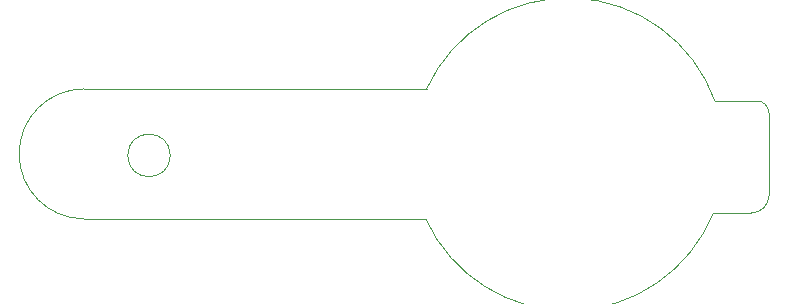
<source format=gm1>
%TF.GenerationSoftware,KiCad,Pcbnew,9.0.3*%
%TF.CreationDate,2025-08-26T14:35:58+05:30*%
%TF.ProjectId,Project 1 LED Torch,50726f6a-6563-4742-9031-204c45442054,1*%
%TF.SameCoordinates,Original*%
%TF.FileFunction,Profile,NP*%
%FSLAX46Y46*%
G04 Gerber Fmt 4.6, Leading zero omitted, Abs format (unit mm)*
G04 Created by KiCad (PCBNEW 9.0.3) date 2025-08-26 14:35:58*
%MOMM*%
%LPD*%
G01*
G04 APERTURE LIST*
%TA.AperFunction,Profile*%
%ADD10C,0.050000*%
%TD*%
G04 APERTURE END LIST*
D10*
X111000000Y-128000000D02*
G75*
G02*
X111000000Y-117000000I0J5500000D01*
G01*
X168000000Y-118028775D02*
G75*
G02*
X168971225Y-119000000I0J-971225D01*
G01*
X164286271Y-127500000D02*
G75*
G02*
X139929273Y-128000000I-12286271J5000000D01*
G01*
X111000000Y-117000000D02*
X140000000Y-117000000D01*
X118302776Y-122625000D02*
G75*
G02*
X114697224Y-122625000I-1802776J0D01*
G01*
X114697224Y-122625000D02*
G75*
G02*
X118302776Y-122625000I1802776J0D01*
G01*
X111000000Y-128000000D02*
X139929273Y-128000000D01*
X140000000Y-117000000D02*
G75*
G02*
X164420070Y-118028775I12000000J-5500000D01*
G01*
X164286271Y-127500000D02*
X167500000Y-127500000D01*
X168971225Y-119000000D02*
X169000000Y-126000000D01*
X169000000Y-126000000D02*
G75*
G02*
X167500000Y-127500000I-1500000J0D01*
G01*
X164420070Y-118028775D02*
X168000000Y-118028775D01*
M02*

</source>
